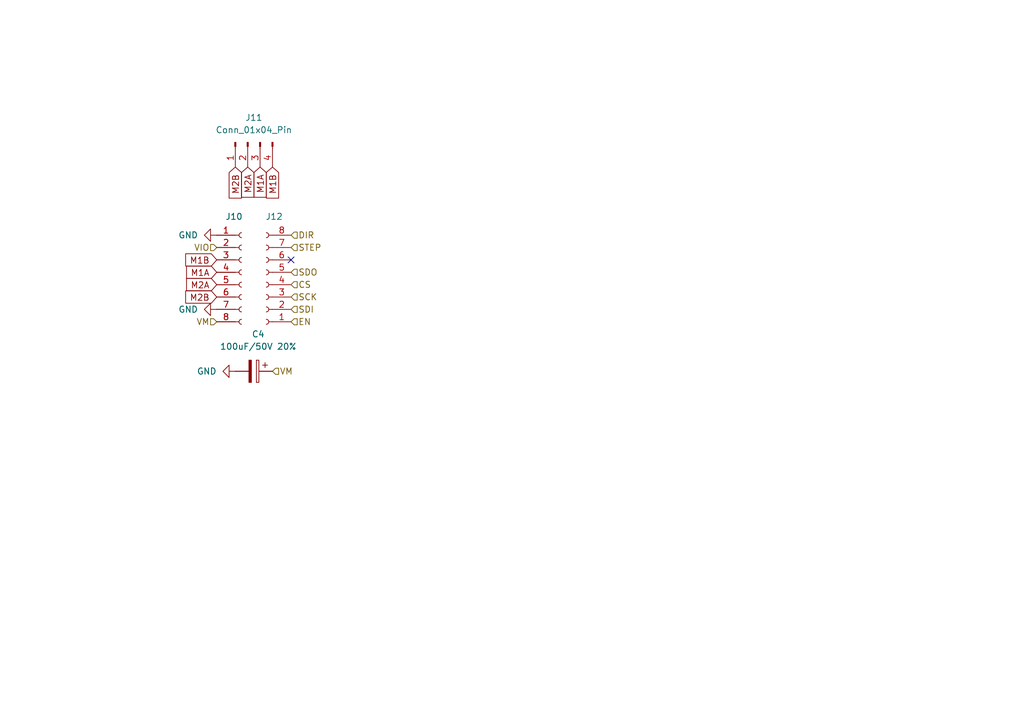
<source format=kicad_sch>
(kicad_sch (version 20250114) (generator "eeschema") (generator_version "9.0")
  (paper "A5")
  (lib_symbols
    (symbol "Connector:Conn_01x04_Pin" (pin_names (offset 1.016) (hide yes))
      (property "Reference" "J" (at 0 5.08 0))
      (property "Value" "Conn_01x04_Pin" (at 0 -7.62 0))
      (symbol "Conn_01x04_Pin_1_1"
        (rectangle (start 0.8636 2.667) (end 0 2.413) (stroke (width 0.1524)) (fill (type outline)))
        (rectangle (start 0.8636 0.127) (end 0 -0.127) (stroke (width 0.1524)) (fill (type outline)))
        (rectangle (start 0.8636 -2.413) (end 0 -2.667) (stroke (width 0.1524)) (fill (type outline)))
        (rectangle (start 0.8636 -4.953) (end 0 -5.207) (stroke (width 0.1524)) (fill (type outline)))
        (polyline (pts (xy 1.27 2.54) (xy 0.8636 2.54)) (stroke (width 0.1524)))
        (polyline (pts (xy 1.27 0) (xy 0.8636 0)) (stroke (width 0.1524)))
        (polyline (pts (xy 1.27 -2.54) (xy 0.8636 -2.54)) (stroke (width 0.1524)))
        (polyline (pts (xy 1.27 -5.08) (xy 0.8636 -5.08)) (stroke (width 0.1524)))
        (pin passive line (at 5.08 2.54 180) (length 3.81) (name "Pin_1") (number "1"))
        (pin passive line (at 5.08 0 180) (length 3.81) (name "Pin_2") (number "2"))
        (pin passive line (at 5.08 -2.54 180) (length 3.81) (name "Pin_3") (number "3"))
        (pin passive line (at 5.08 -5.08 180) (length 3.81) (name "Pin_4") (number "4"))
      )
    )
    (symbol "Connector:Conn_01x08_Socket" (pin_names (offset 1.016) (hide yes))
      (property "Reference" "J" (at 0 10.16 0))
      (property "Value" "Conn_01x08_Socket" (at 0 -12.7 0))
      (symbol "Conn_01x08_Socket_1_1"
        (polyline (pts (xy -1.27 7.62) (xy -0.508 7.62)) (stroke (width 0.1524)))
        (polyline (pts (xy -1.27 5.08) (xy -0.508 5.08)) (stroke (width 0.1524)))
        (polyline (pts (xy -1.27 2.54) (xy -0.508 2.54)) (stroke (width 0.1524)))
        (polyline (pts (xy -1.27 0) (xy -0.508 0)) (stroke (width 0.1524)))
        (polyline (pts (xy -1.27 -2.54) (xy -0.508 -2.54)) (stroke (width 0.1524)))
        (polyline (pts (xy -1.27 -5.08) (xy -0.508 -5.08)) (stroke (width 0.1524)))
        (polyline (pts (xy -1.27 -7.62) (xy -0.508 -7.62)) (stroke (width 0.1524)))
        (polyline (pts (xy -1.27 -10.16) (xy -0.508 -10.16)) (stroke (width 0.1524)))
        (arc (start 0 7.112) (mid -0.5058 7.62) (end 0 8.128) (stroke (width 0.1524)))
        (arc (start 0 4.572) (mid -0.5058 5.08) (end 0 5.588) (stroke (width 0.1524)))
        (arc (start 0 2.032) (mid -0.5058 2.54) (end 0 3.048) (stroke (width 0.1524)))
        (arc (start 0 -0.508) (mid -0.5058 0) (end 0 0.508) (stroke (width 0.1524)))
        (arc (start 0 -3.048) (mid -0.5058 -2.54) (end 0 -2.032) (stroke (width 0.1524)))
        (arc (start 0 -5.588) (mid -0.5058 -5.08) (end 0 -4.572) (stroke (width 0.1524)))
        (arc (start 0 -8.128) (mid -0.5058 -7.62) (end 0 -7.112) (stroke (width 0.1524)))
        (arc (start 0 -10.668) (mid -0.5058 -10.16) (end 0 -9.652) (stroke (width 0.1524)))
        (pin passive line (at -5.08 7.62 0) (length 3.81) (name "Pin_1") (number "1"))
        (pin passive line (at -5.08 5.08 0) (length 3.81) (name "Pin_2") (number "2"))
        (pin passive line (at -5.08 2.54 0) (length 3.81) (name "Pin_3") (number "3"))
        (pin passive line (at -5.08 0 0) (length 3.81) (name "Pin_4") (number "4"))
        (pin passive line (at -5.08 -2.54 0) (length 3.81) (name "Pin_5") (number "5"))
        (pin passive line (at -5.08 -5.08 0) (length 3.81) (name "Pin_6") (number "6"))
        (pin passive line (at -5.08 -7.62 0) (length 3.81) (name "Pin_7") (number "7"))
        (pin passive line (at -5.08 -10.16 0) (length 3.81) (name "Pin_8") (number "8"))
      )
    )
    (symbol "Device:C_Polarized" (pin_numbers (hide yes)) (pin_names (offset 0.254))
      (property "Reference" "C" (at 0.635 2.54 0))
      (property "Value" "C_Polarized" (at 0.635 -2.54 0))
      (symbol "C_Polarized_0_1"
        (rectangle (start -2.286 0.508) (end 2.286 1.016))
        (polyline (pts (xy -1.778 2.286) (xy -0.762 2.286)))
        (polyline (pts (xy -1.27 2.794) (xy -1.27 1.778)))
        (rectangle (start 2.286 -0.508) (end -2.286 -1.016) (fill (type outline)))
      )
      (symbol "C_Polarized_1_1"
        (pin passive line (at 0 3.81 270) (length 2.794) (name "~") (number "1"))
        (pin passive line (at 0 -3.81 90) (length 2.794) (name "~") (number "2"))
      )
    )
    (symbol "power:GND" (power) (pin_numbers (hide yes)) (pin_names (offset 0) (hide yes))
      (property "Value" "GND" (at 0 -3.81 0))
      (symbol "GND_0_1"
        (polyline (pts (xy 0 0) (xy 0 -1.27) (xy 1.27 -1.27) (xy 0 -2.54) (xy -1.27 -1.27) (xy 0 -1.27)))
      )
      (symbol "GND_1_1"
        (pin power_in line (at 0 0 270) (length 0) (name "~") (number "1"))
      )
    )
  )
  (no_connect (at 59.69 53.34))
  (global_label "M1A" (shape input) (at 53.34 34.29 270) (property "Intersheetrefs" "${INTERSHEET_REFS}" (effects (hide yes))))
  (global_label "M1A" (shape input) (at 44.45 55.88 180) (property "Intersheetrefs" "${INTERSHEET_REFS}" (effects (hide yes))))
  (global_label "M1B" (shape input) (at 55.88 34.29 270) (property "Intersheetrefs" "${INTERSHEET_REFS}" (effects (hide yes))))
  (global_label "M2B" (shape input) (at 48.26 34.29 270) (property "Intersheetrefs" "${INTERSHEET_REFS}" (effects (hide yes))))
  (global_label "M2A" (shape input) (at 50.8 34.29 270) (property "Intersheetrefs" "${INTERSHEET_REFS}" (effects (hide yes))))
  (global_label "M1B" (shape input) (at 44.45 53.34 180) (property "Intersheetrefs" "${INTERSHEET_REFS}" (effects (hide yes))))
  (global_label "M2A" (shape input) (at 44.45 58.42 180) (property "Intersheetrefs" "${INTERSHEET_REFS}" (effects (hide yes))))
  (global_label "M2B" (shape input) (at 44.45 60.96 180) (property "Intersheetrefs" "${INTERSHEET_REFS}" (effects (hide yes))))
  (hierarchical_label "CS" (shape input) (at 59.69 58.42 0))
  (hierarchical_label "VM" (shape input) (at 55.88 76.2 0))
  (hierarchical_label "SDI" (shape input) (at 59.69 63.5 0))
  (hierarchical_label "SCK" (shape input) (at 59.69 60.96 0))
  (hierarchical_label "VIO" (shape input) (at 44.45 50.8 180))
  (hierarchical_label "SDO" (shape input) (at 59.69 55.88 0))
  (hierarchical_label "STEP" (shape input) (at 59.69 50.8 0))
  (hierarchical_label "VM" (shape input) (at 44.45 66.04 180))
  (hierarchical_label "EN" (shape input) (at 59.69 66.04 0))
  (hierarchical_label "DIR" (shape input) (at 59.69 48.26 0))
  (symbol (lib_id "Connector:Conn_01x08_Socket") (at 49.53 55.88 0) (unit 1)
    (property "Reference" "J1" (at 48.006 44.45 0))
    (property "Value" "Conn_01x08_Socket" (effects (hide yes)))
    (property "Footprint" "Connector_PinSocket_2.54mm:PinSocket_1x08_P2.54mm_Vertical" (effects (hide yes)))
    (property "Description" "Generic connector, single row, 01x08, script generated" (effects (hide yes)))
    (instances (project "Driver Carrier v1" (path "" (reference "J10") (unit 1)) (path "" (reference "J13") (unit 1)) (path "" (reference "J16") (unit 1)) (path "" (reference "J7") (unit 1)) (path "" (reference "J4") (unit 1)) (path "" (reference "J1") (unit 1))))
  )
  (symbol (lib_id "power:GND") (at 44.45 63.5 270) (unit 1)
    (property "Reference" "#PWR0103" (effects (hide yes)))
    (property "Value" "GND" (at 40.64 63.5001 90) (effects (justify right)))
    (property "Description" "Power symbol creates a global label with name \"GND\" , ground" (effects (hide yes)))
    (instances (project "Driver Carrier v1" (path "" (reference "#PWR011") (unit 1)) (path "" (reference "#PWR014") (unit 1)) (path "" (reference "#PWR017") (unit 1)) (path "" (reference "#PWR08") (unit 1)) (path "" (reference "#PWR05") (unit 1)) (path "" (reference "#PWR0103") (unit 1))))
  )
  (symbol (lib_id "Connector:Conn_01x04_Pin") (at 50.8 29.21 90) (mirror x) (unit 1)
    (property "Reference" "J29" (at 52.07 24.13 90))
    (property "Value" "Conn_01x04_Pin" (at 52.07 26.67 90))
    (property "Footprint" "Connector_PinHeader_2.54mm:PinHeader_1x04_P2.54mm_Vertical" (effects (hide yes)))
    (property "Description" "Generic connector, single row, 01x04, script generated" (effects (hide yes)))
    (instances (project "Driver Carrier v1" (path "" (reference "J11") (unit 1)) (path "" (reference "J14") (unit 1)) (path "" (reference "J17") (unit 1)) (path "" (reference "J8") (unit 1)) (path "" (reference "J5") (unit 1)) (path "" (reference "J29") (unit 1))))
  )
  (symbol (lib_id "Device:C_Polarized") (at 52.07 76.2 270) (unit 1)
    (property "Reference" "C1" (at 52.959 68.58 90))
    (property "Value" "100uF/50V 20%" (at 52.959 71.12 90))
    (property "Footprint" "Capacitor_THT:CP_Radial_D8.0mm_P3.50mm" (effects (hide yes)))
    (property "Description" "Polarized capacitor" (effects (hide yes)))
    (property "DigikeyNum" "P12392-ND" (effects (hide yes)))
    (property "Digikey Link" "https://www.digikey.ch/de/products/detail/panasonic-electronic-components/EEU-FM1H101/613753?s=N4IgTCBcDaIAoEYwGYCcYC0A5AIiAugL5A" (effects (hide yes)))
    (instances (project "Driver Carrier v1" (path "" (reference "C4") (unit 1)) (path "" (reference "C5") (unit 1)) (path "" (reference "C6") (unit 1)) (path "" (reference "C3") (unit 1)) (path "" (reference "C2") (unit 1)) (path "" (reference "C1") (unit 1))))
  )
  (symbol (lib_id "power:GND") (at 48.26 76.2 270) (unit 1)
    (property "Reference" "#PWR0101" (effects (hide yes)))
    (property "Value" "GND" (at 44.45 76.1999 90) (effects (justify right)))
    (property "Description" "Power symbol creates a global label with name \"GND\" , ground" (effects (hide yes)))
    (instances (project "Driver Carrier v1" (path "" (reference "#PWR012") (unit 1)) (path "" (reference "#PWR015") (unit 1)) (path "" (reference "#PWR018") (unit 1)) (path "" (reference "#PWR09") (unit 1)) (path "" (reference "#PWR06") (unit 1)) (path "" (reference "#PWR0101") (unit 1))))
  )
  (symbol (lib_id "Connector:Conn_01x08_Socket") (at 54.61 58.42 180) (unit 1)
    (property "Reference" "J2" (at 58.039 44.45 0) (effects (justify left)))
    (property "Value" "Conn_01x08_Socket" (effects (hide yes)))
    (property "Footprint" "Connector_PinSocket_2.54mm:PinSocket_1x08_P2.54mm_Vertical" (effects (hide yes)))
    (property "Description" "Generic connector, single row, 01x08, script generated" (effects (hide yes)))
    (instances (project "Driver Carrier v1" (path "" (reference "J12") (unit 1)) (path "" (reference "J15") (unit 1)) (path "" (reference "J18") (unit 1)) (path "" (reference "J9") (unit 1)) (path "" (reference "J6") (unit 1)) (path "" (reference "J2") (unit 1))))
  )
  (symbol (lib_id "power:GND") (at 44.45 48.26 270) (unit 1)
    (property "Reference" "#PWR0102" (effects (hide yes)))
    (property "Value" "GND" (at 40.64 48.2601 90) (effects (justify right)))
    (property "Description" "Power symbol creates a global label with name \"GND\" , ground" (effects (hide yes)))
    (instances (project "Driver Carrier v1" (path "" (reference "#PWR010") (unit 1)) (path "" (reference "#PWR013") (unit 1)) (path "" (reference "#PWR016") (unit 1)) (path "" (reference "#PWR07") (unit 1)) (path "" (reference "#PWR04") (unit 1)) (path "" (reference "#PWR0102") (unit 1))))
  )
)
</source>
